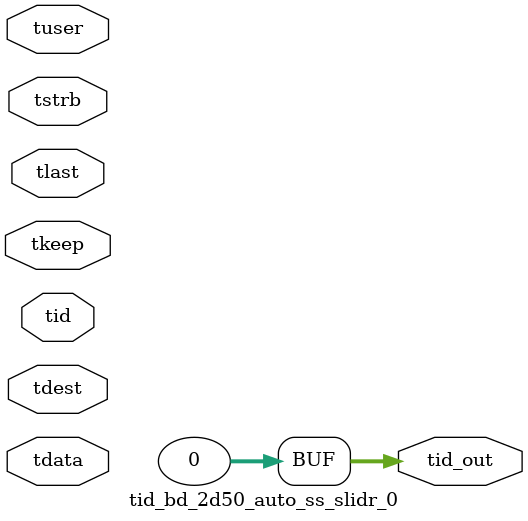
<source format=v>


`timescale 1ps/1ps

module tid_bd_2d50_auto_ss_slidr_0 #
(
parameter C_S_AXIS_TID_WIDTH   = 1,
parameter C_S_AXIS_TUSER_WIDTH = 0,
parameter C_S_AXIS_TDATA_WIDTH = 0,
parameter C_S_AXIS_TDEST_WIDTH = 0,
parameter C_M_AXIS_TID_WIDTH   = 32
)
(
input  [(C_S_AXIS_TID_WIDTH   == 0 ? 1 : C_S_AXIS_TID_WIDTH)-1:0       ] tid,
input  [(C_S_AXIS_TDATA_WIDTH == 0 ? 1 : C_S_AXIS_TDATA_WIDTH)-1:0     ] tdata,
input  [(C_S_AXIS_TUSER_WIDTH == 0 ? 1 : C_S_AXIS_TUSER_WIDTH)-1:0     ] tuser,
input  [(C_S_AXIS_TDEST_WIDTH == 0 ? 1 : C_S_AXIS_TDEST_WIDTH)-1:0     ] tdest,
input  [(C_S_AXIS_TDATA_WIDTH/8)-1:0 ] tkeep,
input  [(C_S_AXIS_TDATA_WIDTH/8)-1:0 ] tstrb,
input                                                                    tlast,
output [(C_M_AXIS_TID_WIDTH   == 0 ? 1 : C_M_AXIS_TID_WIDTH)-1:0       ] tid_out
);

assign tid_out = {1'b0};

endmodule


</source>
